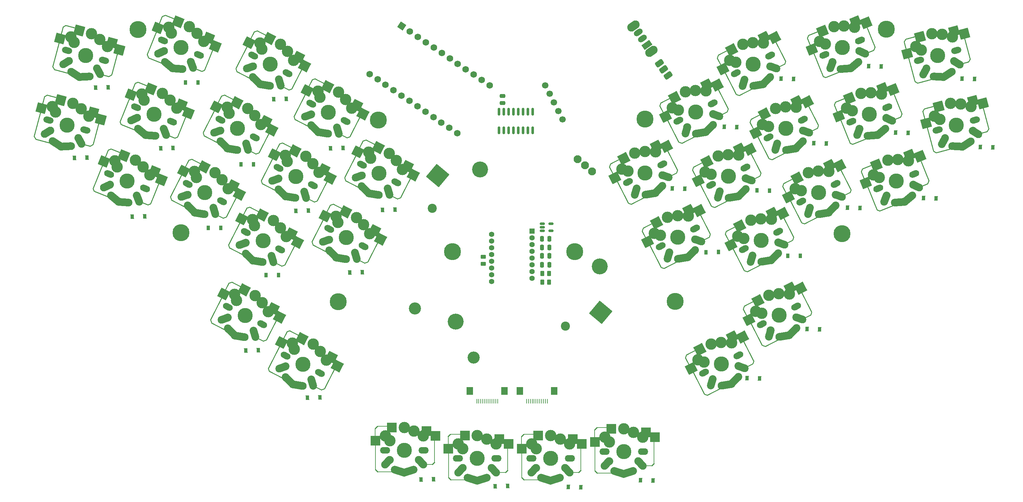
<source format=gbr>
%TF.GenerationSoftware,KiCad,Pcbnew,(6.0.4)*%
%TF.CreationDate,2022-11-04T17:16:24+01:00*%
%TF.ProjectId,Batreeq,42617472-6565-4712-9e6b-696361645f70,rev?*%
%TF.SameCoordinates,Original*%
%TF.FileFunction,Soldermask,Bot*%
%TF.FilePolarity,Negative*%
%FSLAX46Y46*%
G04 Gerber Fmt 4.6, Leading zero omitted, Abs format (unit mm)*
G04 Created by KiCad (PCBNEW (6.0.4)) date 2022-11-04 17:16:24*
%MOMM*%
%LPD*%
G01*
G04 APERTURE LIST*
G04 Aperture macros list*
%AMRoundRect*
0 Rectangle with rounded corners*
0 $1 Rounding radius*
0 $2 $3 $4 $5 $6 $7 $8 $9 X,Y pos of 4 corners*
0 Add a 4 corners polygon primitive as box body*
4,1,4,$2,$3,$4,$5,$6,$7,$8,$9,$2,$3,0*
0 Add four circle primitives for the rounded corners*
1,1,$1+$1,$2,$3*
1,1,$1+$1,$4,$5*
1,1,$1+$1,$6,$7*
1,1,$1+$1,$8,$9*
0 Add four rect primitives between the rounded corners*
20,1,$1+$1,$2,$3,$4,$5,0*
20,1,$1+$1,$4,$5,$6,$7,0*
20,1,$1+$1,$6,$7,$8,$9,0*
20,1,$1+$1,$8,$9,$2,$3,0*%
%AMHorizOval*
0 Thick line with rounded ends*
0 $1 width*
0 $2 $3 position (X,Y) of the first rounded end (center of the circle)*
0 $4 $5 position (X,Y) of the second rounded end (center of the circle)*
0 Add line between two ends*
20,1,$1,$2,$3,$4,$5,0*
0 Add two circle primitives to create the rounded ends*
1,1,$1,$2,$3*
1,1,$1,$4,$5*%
%AMRotRect*
0 Rectangle, with rotation*
0 The origin of the aperture is its center*
0 $1 length*
0 $2 width*
0 $3 Rotation angle, in degrees counterclockwise*
0 Add horizontal line*
21,1,$1,$2,0,0,$3*%
G04 Aperture macros list end*
%ADD10C,3.000000*%
%ADD11HorizOval,1.701800X0.482963X-0.129410X-0.482963X0.129410X0*%
%ADD12C,3.987800*%
%ADD13C,2.032000*%
%ADD14RoundRect,0.062500X-0.347636X-0.272877X0.410136X0.164623X0.347636X0.272877X-0.410136X-0.164623X0*%
%ADD15RotRect,7.000000X0.250000X75.000000*%
%ADD16RotRect,2.000000X0.250000X345.000000*%
%ADD17HorizOval,2.032000X0.753734X0.461889X-0.753734X-0.461889X0*%
%ADD18RotRect,2.550000X2.500000X345.000000*%
%ADD19RotRect,2.600000X2.600000X345.000000*%
%ADD20HorizOval,2.032000X-0.421808X0.776874X0.421808X-0.776874X0*%
%ADD21RotRect,3.000000X0.250000X165.000000*%
%ADD22RoundRect,0.062500X-0.272877X0.347636X0.164623X-0.410136X0.272877X-0.347636X-0.164623X0.410136X0*%
%ADD23HorizOval,2.032000X1.332292X0.067491X-1.332292X-0.067491X0*%
%ADD24RoundRect,0.062500X0.347636X0.272877X-0.410136X-0.164623X-0.347636X-0.272877X0.410136X0.164623X0*%
%ADD25RotRect,4.000000X0.250000X345.000000*%
%ADD26HorizOval,2.032000X-1.120053X0.724595X1.120053X-0.724595X0*%
%ADD27RotRect,7.000000X0.250000X255.000000*%
%ADD28RotRect,4.000000X0.250000X255.000000*%
%ADD29HorizOval,1.701800X0.445503X0.226995X-0.445503X-0.226995X0*%
%ADD30RotRect,2.550000X2.500000X27.000000*%
%ADD31RoundRect,0.062500X-0.075754X-0.435401X0.194636X0.396774X0.075754X0.435401X-0.194636X-0.396774X0*%
%ADD32RotRect,2.600000X2.600000X27.000000*%
%ADD33HorizOval,2.032000X-0.833295X0.295085X0.833295X-0.295085X0*%
%ADD34RotRect,7.000000X0.250000X117.000000*%
%ADD35HorizOval,2.032000X0.251070X0.847597X-0.251070X-0.847597X0*%
%ADD36RotRect,2.000000X0.250000X27.000000*%
%ADD37RotRect,7.000000X0.250000X297.000000*%
%ADD38HorizOval,2.032000X0.944925X0.941633X-0.944925X-0.941633X0*%
%ADD39RotRect,3.000000X0.250000X207.000000*%
%ADD40RoundRect,0.062500X-0.435401X0.075754X0.396774X-0.194636X0.435401X-0.075754X-0.396774X0.194636X0*%
%ADD41HorizOval,2.032000X-1.317210X-0.210983X1.317210X0.210983X0*%
%ADD42RoundRect,0.062500X0.075754X0.435401X-0.194636X-0.396774X-0.075754X-0.435401X0.194636X0.396774X0*%
%ADD43RotRect,4.000000X0.250000X27.000000*%
%ADD44RotRect,4.000000X0.250000X297.000000*%
%ADD45C,4.500000*%
%ADD46HorizOval,1.701800X0.482963X0.129410X-0.482963X-0.129410X0*%
%ADD47HorizOval,2.032000X0.421808X0.776874X-0.421808X-0.776874X0*%
%ADD48RotRect,2.600000X2.600000X15.000000*%
%ADD49RotRect,7.000000X0.250000X105.000000*%
%ADD50RotRect,2.000000X0.250000X15.000000*%
%ADD51RotRect,2.550000X2.500000X15.000000*%
%ADD52HorizOval,2.032000X-0.753734X0.461889X0.753734X-0.461889X0*%
%ADD53RoundRect,0.062500X-0.164623X-0.410136X0.272877X0.347636X0.164623X0.410136X-0.272877X-0.347636X0*%
%ADD54RotRect,4.000000X0.250000X15.000000*%
%ADD55RoundRect,0.062500X0.164623X0.410136X-0.272877X-0.347636X-0.164623X-0.410136X0.272877X0.347636X0*%
%ADD56HorizOval,2.032000X-1.332292X0.067491X1.332292X-0.067491X0*%
%ADD57RotRect,4.000000X0.250000X285.000000*%
%ADD58RotRect,3.000000X0.250000X195.000000*%
%ADD59RoundRect,0.062500X-0.410136X0.164623X0.347636X-0.272877X0.410136X-0.164623X-0.347636X0.272877X0*%
%ADD60RotRect,7.000000X0.250000X285.000000*%
%ADD61HorizOval,2.032000X1.120053X0.724595X-1.120053X-0.724595X0*%
%ADD62HorizOval,1.701800X0.445503X-0.226995X-0.445503X0.226995X0*%
%ADD63HorizOval,2.032000X0.833295X0.295085X-0.833295X-0.295085X0*%
%ADD64RotRect,7.000000X0.250000X63.000000*%
%ADD65RotRect,2.000000X0.250000X333.000000*%
%ADD66HorizOval,2.032000X-0.251070X0.847597X0.251070X-0.847597X0*%
%ADD67RoundRect,0.062500X-0.396774X-0.194636X0.435401X0.075754X0.396774X0.194636X-0.435401X-0.075754X0*%
%ADD68RotRect,2.550000X2.500000X333.000000*%
%ADD69RotRect,2.600000X2.600000X333.000000*%
%ADD70RotRect,7.000000X0.250000X243.000000*%
%ADD71RoundRect,0.062500X0.396774X0.194636X-0.435401X-0.075754X-0.396774X-0.194636X0.435401X0.075754X0*%
%ADD72RotRect,4.000000X0.250000X243.000000*%
%ADD73RotRect,3.000000X0.250000X153.000000*%
%ADD74HorizOval,2.032000X-0.944925X0.941633X0.944925X-0.941633X0*%
%ADD75HorizOval,2.032000X-1.317210X0.210983X1.317210X-0.210983X0*%
%ADD76RotRect,4.000000X0.250000X333.000000*%
%ADD77RoundRect,0.062500X-0.194636X0.396774X0.075754X-0.435401X0.194636X-0.396774X-0.075754X0.435401X0*%
%ADD78O,2.701800X1.701800*%
%ADD79HorizOval,2.032000X-0.608505X0.641231X0.608505X-0.641231X0*%
%ADD80R,0.250000X7.000000*%
%ADD81R,2.550000X2.500000*%
%ADD82R,2.600000X2.600000*%
%ADD83RoundRect,0.062500X-0.265165X-0.353553X0.353553X0.265165X0.265165X0.353553X-0.353553X-0.265165X0*%
%ADD84HorizOval,2.032000X0.608505X0.641231X-0.608505X-0.641231X0*%
%ADD85R,2.000000X0.250000*%
%ADD86R,4.000000X0.250000*%
%ADD87RoundRect,0.062500X0.265165X0.353553X-0.353553X-0.265165X-0.265165X-0.353553X0.353553X0.265165X0*%
%ADD88R,0.250000X4.000000*%
%ADD89HorizOval,2.032000X1.269427X0.410014X-1.269427X-0.410014X0*%
%ADD90RoundRect,0.062500X-0.353553X0.265165X0.265165X-0.353553X0.353553X-0.265165X-0.265165X0.353553X0*%
%ADD91R,3.000000X0.250000*%
%ADD92HorizOval,2.032000X-1.269427X0.410014X1.269427X-0.410014X0*%
%ADD93HorizOval,1.701800X0.463592X0.187303X-0.463592X-0.187303X0*%
%ADD94HorizOval,2.032000X-0.804406X0.366589X0.804406X-0.366589X0*%
%ADD95HorizOval,2.032000X0.323987X0.822489X-0.323987X-0.822489X0*%
%ADD96RotRect,7.000000X0.250000X112.000000*%
%ADD97RotRect,2.600000X2.600000X22.000000*%
%ADD98RoundRect,0.062500X-0.113413X-0.427142X0.228476X0.378300X0.113413X0.427142X-0.228476X-0.378300X0*%
%ADD99RotRect,2.000000X0.250000X22.000000*%
%ADD100RotRect,2.550000X2.500000X22.000000*%
%ADD101RotRect,4.000000X0.250000X22.000000*%
%ADD102RoundRect,0.062500X-0.427142X0.113413X0.378300X-0.228476X0.427142X-0.113413X-0.378300X0.228476X0*%
%ADD103RotRect,4.000000X0.250000X292.000000*%
%ADD104RoundRect,0.062500X0.113413X0.427142X-0.228476X-0.378300X-0.113413X-0.427142X0.228476X0.378300X0*%
%ADD105HorizOval,2.032000X-1.330586X-0.095378X1.330586X0.095378X0*%
%ADD106HorizOval,2.032000X1.023398X0.855694X-1.023398X-0.855694X0*%
%ADD107RotRect,7.000000X0.250000X292.000000*%
%ADD108RotRect,3.000000X0.250000X202.000000*%
%ADD109C,3.200000*%
%ADD110C,4.200000*%
%ADD111C,2.400000*%
%ADD112C,2.100000*%
%ADD113RotRect,4.400000X4.400000X140.000000*%
%ADD114HorizOval,1.701800X0.463592X-0.187303X-0.463592X0.187303X0*%
%ADD115RotRect,2.000000X0.250000X338.000000*%
%ADD116HorizOval,2.032000X0.804406X0.366589X-0.804406X-0.366589X0*%
%ADD117HorizOval,2.032000X-0.323987X0.822489X0.323987X-0.822489X0*%
%ADD118RotRect,7.000000X0.250000X68.000000*%
%ADD119RoundRect,0.062500X-0.378300X-0.228476X0.427142X0.113413X0.378300X0.228476X-0.427142X-0.113413X0*%
%ADD120RotRect,2.600000X2.600000X338.000000*%
%ADD121RotRect,2.550000X2.500000X338.000000*%
%ADD122RotRect,4.000000X0.250000X338.000000*%
%ADD123RotRect,4.000000X0.250000X248.000000*%
%ADD124RoundRect,0.062500X-0.228476X0.378300X0.113413X-0.427142X0.228476X-0.378300X-0.113413X0.427142X0*%
%ADD125HorizOval,2.032000X-1.023398X0.855694X1.023398X-0.855694X0*%
%ADD126RotRect,7.000000X0.250000X248.000000*%
%ADD127HorizOval,2.032000X-1.330586X0.095378X1.330586X-0.095378X0*%
%ADD128RoundRect,0.062500X0.378300X0.228476X-0.427142X-0.113413X-0.378300X-0.228476X0.427142X0.113413X0*%
%ADD129RotRect,3.000000X0.250000X158.000000*%
%ADD130RoundRect,0.375000X-0.827182X-0.137458X-0.386343X-0.744220X0.827182X0.137458X0.386343X0.744220X0*%
%ADD131C,1.700000*%
%ADD132HorizOval,1.700000X0.000000X0.000000X0.000000X0.000000X0*%
%ADD133HorizOval,2.200000X0.532449X0.372825X-0.532449X-0.372825X0*%
%ADD134RotRect,1.500000X2.500000X125.000000*%
%ADD135HorizOval,1.500000X0.409576X0.286788X-0.409576X-0.286788X0*%
%ADD136RotRect,0.900000X1.200000X358.000000*%
%ADD137RoundRect,0.250000X0.250000X0.475000X-0.250000X0.475000X-0.250000X-0.475000X0.250000X-0.475000X0*%
%ADD138R,0.900000X1.200000*%
%ADD139R,0.280000X1.250000*%
%ADD140R,1.800000X2.000000*%
%ADD141RotRect,0.900000X1.200000X2.000000*%
%ADD142RoundRect,0.150000X0.150000X-0.825000X0.150000X0.825000X-0.150000X0.825000X-0.150000X-0.825000X0*%
%ADD143RoundRect,0.250000X0.262500X0.450000X-0.262500X0.450000X-0.262500X-0.450000X0.262500X-0.450000X0*%
%ADD144RoundRect,0.250000X-0.262500X-0.450000X0.262500X-0.450000X0.262500X0.450000X-0.262500X0.450000X0*%
%ADD145RotRect,0.900000X1.200000X1.000000*%
%ADD146RoundRect,0.250000X0.450000X-0.262500X0.450000X0.262500X-0.450000X0.262500X-0.450000X-0.262500X0*%
%ADD147RotRect,0.900000X1.200000X359.000000*%
%ADD148C,1.752600*%
%ADD149RotRect,1.752600X1.752600X326.000000*%
%ADD150RoundRect,0.250000X-0.250000X-0.475000X0.250000X-0.475000X0.250000X0.475000X-0.250000X0.475000X0*%
%ADD151R,1.400000X1.400000*%
%ADD152C,1.400000*%
%ADD153RoundRect,0.150000X-0.512500X-0.150000X0.512500X-0.150000X0.512500X0.150000X-0.512500X0.150000X0*%
%ADD154RoundRect,0.250000X0.475000X-0.250000X0.475000X0.250000X-0.475000X0.250000X-0.475000X-0.250000X0*%
G04 APERTURE END LIST*
D10*
%TO.C,SW7*%
X33987410Y-58946068D03*
D11*
X27538373Y-63377271D03*
D10*
X28588379Y-59777011D03*
D11*
X37351154Y-66010699D03*
D10*
X36212503Y-60446395D03*
X38244452Y-62367771D03*
X29421474Y-61256346D03*
D12*
X32447437Y-64693327D03*
D13*
X28109859Y-66160678D03*
D14*
X39010355Y-70066348D03*
D13*
X35470214Y-68132879D03*
D15*
X40264501Y-66510160D03*
D16*
X37727334Y-70022093D03*
D17*
X27359039Y-66625626D03*
D18*
X39405176Y-61298445D03*
D19*
X41407859Y-63215404D03*
D20*
X35887969Y-68910945D03*
D21*
X28682725Y-57168507D03*
D22*
X24030284Y-68060886D03*
D19*
X30824002Y-58098436D03*
D23*
X32237817Y-70325931D03*
D24*
X26897422Y-56989666D03*
D25*
X26129466Y-68922890D03*
D26*
X29812672Y-69676116D03*
D27*
X24722257Y-64354063D03*
D18*
X25741297Y-60270245D03*
D28*
X26031505Y-59096966D03*
D13*
X30920405Y-70392289D03*
%TD*%
D29*
%TO.C,SW26*%
X224879675Y-112567049D03*
D10*
X215805491Y-114339868D03*
X223105930Y-109262094D03*
X214196513Y-113797957D03*
D12*
X220354009Y-114869279D03*
D29*
X215825251Y-117176063D03*
D10*
X217652766Y-109567790D03*
X220310247Y-109193872D03*
D13*
X218112410Y-118862139D03*
D30*
X223252998Y-107690753D03*
D31*
X228826461Y-114470762D03*
D32*
X226023977Y-107775275D03*
D33*
X225732961Y-115701415D03*
D34*
X227378918Y-110988811D03*
D13*
X224901880Y-115402731D03*
D35*
X217865554Y-119710059D03*
D36*
X227843378Y-115296382D03*
D37*
X214386070Y-119786311D03*
D38*
X223967179Y-119195383D03*
D39*
X212521195Y-111796332D03*
D13*
X223032553Y-120126217D03*
D40*
X216352183Y-123004037D03*
D41*
X221730133Y-120335215D03*
D30*
X212410756Y-116069572D03*
D42*
X211074789Y-112858027D03*
D43*
X218488972Y-122240004D03*
D44*
X211841347Y-115003468D03*
D32*
X214734719Y-111054609D03*
%TD*%
D45*
%TO.C,H10*%
X166447346Y-98056076D03*
%TD*%
D10*
%TO.C,SW34*%
X266063636Y-41426131D03*
D46*
X257296650Y-47653423D03*
D10*
X260666078Y-40591370D03*
X257867000Y-44875097D03*
D12*
X262206052Y-46338628D03*
D10*
X263343229Y-40778144D03*
X256405851Y-44010503D03*
D46*
X267111481Y-45027647D03*
D47*
X258765520Y-50556247D03*
D48*
X269227043Y-40578499D03*
D49*
X269884244Y-44003519D03*
D13*
X259183275Y-49778181D03*
D50*
X269442961Y-48313527D03*
D51*
X266534190Y-39919704D03*
D13*
X266543629Y-47805979D03*
D52*
X267294449Y-48270927D03*
D53*
X270576216Y-47710342D03*
D54*
X258849310Y-53160522D03*
D55*
X253547767Y-42442070D03*
D56*
X262415672Y-51971232D03*
D57*
X253851511Y-44700004D03*
D58*
X255183304Y-41704299D03*
D59*
X256600363Y-53463596D03*
D48*
X257502670Y-41439002D03*
D60*
X255346218Y-49907408D03*
D61*
X264840817Y-51321417D03*
D13*
X263733084Y-52037591D03*
D51*
X254186823Y-45861198D03*
%TD*%
D45*
%TO.C,H8*%
X248621075Y-39434330D03*
%TD*%
%TO.C,H9*%
X134189343Y-98056079D03*
%TD*%
D10*
%TO.C,SW21*%
X202380098Y-122425889D03*
D12*
X205081341Y-127727378D03*
D10*
X200532823Y-127197967D03*
X205037579Y-122051971D03*
X198923845Y-126656056D03*
D29*
X209607007Y-125425148D03*
X200552583Y-130034162D03*
D10*
X207833262Y-122120193D03*
D36*
X212570710Y-128154481D03*
D33*
X210460293Y-128559514D03*
D35*
X202592886Y-132568158D03*
D30*
X207980330Y-120548852D03*
D34*
X212106250Y-123846910D03*
D13*
X202839742Y-131720238D03*
D32*
X210751309Y-120633374D03*
D31*
X213553793Y-127328861D03*
D13*
X209629212Y-128260830D03*
D44*
X196568679Y-127861567D03*
D43*
X203216304Y-135098103D03*
D38*
X208694511Y-132053482D03*
D42*
X195802121Y-125716126D03*
D32*
X199462051Y-123912708D03*
D40*
X201079515Y-135862136D03*
D39*
X197248527Y-124654431D03*
D13*
X207759885Y-132984316D03*
D30*
X197138088Y-128927671D03*
D41*
X206457465Y-133193314D03*
D37*
X199113402Y-132644410D03*
%TD*%
D10*
%TO.C,SW25*%
X209724598Y-72574371D03*
D29*
X202443919Y-80488340D03*
D10*
X202424159Y-77652145D03*
X206928915Y-72506149D03*
D29*
X211498343Y-75879326D03*
D12*
X206972677Y-78181556D03*
D10*
X200815181Y-77110234D03*
X204271434Y-72880067D03*
D34*
X213997586Y-74301088D03*
D13*
X204731078Y-82174416D03*
X211520548Y-78715008D03*
D33*
X212351629Y-79013692D03*
D35*
X204484222Y-83022336D03*
D36*
X214462046Y-78608659D03*
D31*
X215445129Y-77783039D03*
D32*
X212642645Y-71087552D03*
D30*
X209871666Y-71003030D03*
D39*
X199139863Y-75108609D03*
D32*
X201353387Y-74366886D03*
D41*
X208348801Y-83647492D03*
D13*
X209651221Y-83438494D03*
D44*
X198460015Y-78315745D03*
D40*
X202970851Y-86316314D03*
D38*
X210585847Y-82507660D03*
D42*
X197693457Y-76170304D03*
D43*
X205107640Y-85552281D03*
D37*
X201004738Y-83098588D03*
D30*
X199029424Y-79381849D03*
%TD*%
D10*
%TO.C,SW4*%
X92249109Y-47594369D03*
X90661040Y-45292514D03*
D62*
X90617925Y-50971963D03*
D10*
X83850013Y-44672831D03*
D12*
X86095263Y-48663839D03*
D62*
X81567097Y-46355890D03*
D10*
X88796506Y-43362350D03*
X83342694Y-43052613D03*
D63*
X80716311Y-49495975D03*
D13*
X81547392Y-49197291D03*
D64*
X93363765Y-52066228D03*
D65*
X90151869Y-54973911D03*
D13*
X88336862Y-52656699D03*
D66*
X88583719Y-53504619D03*
D67*
X91397651Y-55283954D03*
D68*
X93606795Y-46789738D03*
D69*
X95167155Y-49081188D03*
X85878459Y-41875530D03*
D70*
X78609433Y-46725834D03*
D71*
X82268211Y-39974608D03*
D72*
X80983084Y-41855824D03*
D73*
X83977316Y-40520726D03*
D74*
X82482094Y-52989943D03*
D13*
X83416719Y-53920777D03*
D75*
X84719139Y-54129775D03*
D76*
X79035980Y-51487395D03*
D68*
X80455278Y-42943127D03*
D77*
X77161890Y-50207784D03*
%TD*%
D10*
%TO.C,SW8*%
X99198131Y-57337453D03*
X106009158Y-57957136D03*
X98690812Y-55717235D03*
D62*
X96915215Y-59020512D03*
D10*
X107597227Y-60258991D03*
D12*
X101443381Y-61328461D03*
D10*
X104144624Y-56026972D03*
D62*
X105966043Y-63636585D03*
D67*
X106745769Y-67948576D03*
D66*
X103931837Y-66169241D03*
D68*
X108954913Y-59454360D03*
D65*
X105499987Y-67638533D03*
D64*
X108711883Y-64730850D03*
D63*
X96064429Y-62160597D03*
D69*
X110515273Y-61745810D03*
D13*
X103684980Y-65321321D03*
X96895510Y-61861913D03*
D70*
X93957551Y-59390456D03*
D74*
X97830212Y-65654565D03*
D68*
X95803396Y-55607749D03*
D73*
X99325434Y-53185348D03*
D69*
X101226577Y-54540152D03*
D13*
X98764837Y-66585399D03*
D72*
X96331202Y-54520446D03*
D75*
X100067257Y-66794397D03*
D76*
X94384098Y-64152017D03*
D71*
X97616329Y-52639230D03*
D77*
X92510008Y-62872406D03*
%TD*%
D78*
%TO.C,SW22*%
X165120932Y-152589385D03*
D10*
X162580932Y-147509385D03*
X165040932Y-148839385D03*
X155043344Y-148836078D03*
D78*
X154960932Y-152585424D03*
D10*
X156230932Y-150049385D03*
D12*
X160043344Y-152586077D03*
D10*
X160043344Y-146636077D03*
D79*
X164458243Y-155769509D03*
D80*
X168064279Y-152317797D03*
D81*
X165885344Y-147506077D03*
D82*
X168315932Y-148839385D03*
D83*
X167773276Y-156077409D03*
D13*
X156233344Y-155126077D03*
D84*
X155628445Y-155769509D03*
D13*
X163853344Y-155126077D03*
D85*
X166522520Y-156366732D03*
D86*
X155035344Y-158306732D03*
D80*
X152493585Y-154257797D03*
D13*
X160043344Y-158486077D03*
D87*
X152688588Y-146581361D03*
D88*
X152397585Y-148840973D03*
D82*
X156768343Y-146636077D03*
D89*
X161298692Y-158081008D03*
D90*
X152784588Y-158017409D03*
D91*
X154459344Y-146292038D03*
D92*
X158787996Y-158081008D03*
D81*
X152420932Y-150049385D03*
%TD*%
D45*
%TO.C,H3*%
X192972150Y-111198053D03*
%TD*%
D78*
%TO.C,SW27*%
X174264934Y-150807425D03*
D10*
X181884934Y-145731386D03*
X179347346Y-144858078D03*
X184344934Y-147061386D03*
D12*
X179347346Y-150808078D03*
D78*
X184424934Y-150811386D03*
D10*
X175534934Y-148271386D03*
X174347346Y-147058079D03*
D80*
X187368281Y-150539798D03*
D83*
X187077278Y-154299410D03*
D82*
X187619934Y-147061386D03*
D13*
X175537346Y-153348078D03*
D81*
X185189346Y-145728078D03*
D85*
X185826522Y-154588733D03*
D13*
X183157346Y-153348078D03*
D79*
X183762245Y-153991510D03*
D84*
X174932447Y-153991510D03*
D90*
X172088590Y-156239410D03*
D88*
X171701587Y-147062974D03*
D89*
X180602694Y-156303009D03*
D92*
X178091998Y-156303009D03*
D80*
X171797587Y-152479798D03*
D13*
X179347346Y-156708078D03*
D91*
X173763346Y-144514039D03*
D81*
X171724934Y-148271386D03*
D86*
X174339346Y-156528733D03*
D87*
X171992590Y-144803362D03*
D82*
X176072345Y-144858078D03*
%TD*%
D10*
%TO.C,SW33*%
X244598919Y-56204776D03*
X247378019Y-56516399D03*
X241918962Y-56345656D03*
D12*
X244147871Y-61862400D03*
D93*
X239435296Y-63765700D03*
D10*
X238107178Y-60258495D03*
D93*
X248856968Y-59963370D03*
D10*
X239662803Y-60938575D03*
D13*
X241566801Y-65644698D03*
D94*
X249433828Y-63160177D03*
D95*
X241246983Y-66467877D03*
D13*
X248631942Y-62790196D03*
D96*
X251484253Y-58608961D03*
D97*
X250414546Y-55289562D03*
D98*
X252622816Y-62203823D03*
D99*
X251571516Y-62940620D03*
D100*
X247661478Y-54963855D03*
D97*
X238882434Y-57572493D03*
D101*
X241647530Y-69042529D03*
D102*
X239452282Y-69617421D03*
D103*
X235655906Y-61254152D03*
D13*
X246358050Y-67332785D03*
D104*
X235079254Y-59050065D03*
D105*
X245042371Y-67427473D03*
D106*
X247370247Y-66486951D03*
D100*
X236130232Y-62365826D03*
D107*
X237774094Y-66240582D03*
D108*
X236612689Y-58118472D03*
%TD*%
D45*
%TO.C,H6*%
X114577344Y-63386078D03*
%TD*%
D10*
%TO.C,SW16*%
X99274677Y-124432085D03*
D62*
X99231562Y-130111534D03*
D10*
X91956331Y-122192184D03*
D62*
X90180734Y-125495461D03*
D10*
X97410143Y-122501921D03*
X92463650Y-123812402D03*
D12*
X94708900Y-127803410D03*
D10*
X100862746Y-126733940D03*
D65*
X98765506Y-134113482D03*
D63*
X89329948Y-128635546D03*
D66*
X97197356Y-132644190D03*
D69*
X103780792Y-128220759D03*
D64*
X101977402Y-131205799D03*
D67*
X100011288Y-134423525D03*
D68*
X102220432Y-125929309D03*
D13*
X96950499Y-131796270D03*
X90161029Y-128336862D03*
D68*
X89068915Y-122082698D03*
D75*
X93332776Y-133269346D03*
D76*
X87649617Y-130626966D03*
D71*
X90881848Y-119114179D03*
D69*
X94492096Y-121015101D03*
D73*
X92590953Y-119660297D03*
D74*
X91095731Y-132129514D03*
D77*
X85775527Y-129347355D03*
D70*
X87223070Y-125865405D03*
D72*
X89596721Y-120995395D03*
D13*
X92030356Y-133060348D03*
%TD*%
D10*
%TO.C,SW28*%
X207326520Y-47595579D03*
X213440254Y-42991494D03*
D12*
X213484016Y-48666901D03*
D29*
X208955258Y-50973685D03*
X218009682Y-46364671D03*
D10*
X216235937Y-43059716D03*
X210782773Y-43365412D03*
X208935498Y-48137490D03*
D13*
X211242417Y-52659761D03*
D34*
X220508925Y-44786433D03*
D13*
X218031887Y-49200353D03*
D36*
X220973385Y-49094004D03*
D35*
X210995561Y-53507681D03*
D30*
X216383005Y-41488375D03*
D32*
X219153984Y-41572897D03*
D33*
X218862968Y-49499037D03*
D31*
X221956468Y-48268384D03*
D32*
X207864726Y-44852231D03*
D40*
X209482190Y-56801659D03*
D41*
X214860140Y-54132837D03*
D39*
X205651202Y-45593954D03*
D44*
X204971354Y-48801090D03*
D13*
X216162560Y-53923839D03*
D37*
X207516077Y-53583933D03*
D43*
X211618979Y-56037626D03*
D38*
X217097186Y-52993005D03*
D30*
X205540763Y-49867194D03*
D42*
X204204796Y-46655649D03*
%TD*%
D10*
%TO.C,SW5*%
X75224197Y-61601955D03*
D62*
X72941281Y-63285014D03*
D10*
X74716878Y-59981737D03*
X82035224Y-62221638D03*
X83623293Y-64523493D03*
X80170690Y-60291474D03*
D62*
X81992109Y-67901087D03*
D12*
X77469447Y-65592963D03*
D64*
X84737949Y-68995352D03*
D13*
X79711046Y-69585823D03*
D67*
X82771835Y-72213078D03*
D66*
X79957903Y-70433743D03*
D68*
X84980979Y-63718862D03*
D65*
X81526053Y-71903035D03*
D69*
X86541339Y-66010312D03*
D63*
X72090495Y-66425099D03*
D13*
X72921576Y-66126415D03*
D72*
X72357268Y-58784948D03*
D77*
X68536074Y-67136908D03*
D73*
X75351500Y-57449850D03*
D70*
X69983617Y-63654958D03*
D75*
X76093323Y-71058899D03*
D68*
X71829462Y-59872251D03*
D76*
X70410164Y-68416519D03*
D74*
X73856278Y-69919067D03*
D71*
X73642395Y-56903732D03*
D69*
X77252643Y-58804654D03*
D13*
X74790903Y-70849901D03*
%TD*%
D109*
%TO.C,SW36*%
X124286053Y-113059816D03*
D110*
X135054009Y-116549375D03*
D111*
X128867742Y-86671342D03*
D109*
X139749391Y-126035494D03*
D111*
X163952042Y-117720395D03*
D110*
X173044231Y-101976735D03*
X141423676Y-76368083D03*
D112*
X171042086Y-76927713D03*
X167211864Y-73713775D03*
X169126975Y-75320744D03*
D113*
X173263659Y-114099277D03*
X130236554Y-77998238D03*
%TD*%
D12*
%TO.C,SW15*%
X84191742Y-95186711D03*
D62*
X79663576Y-92878762D03*
X88714404Y-97494835D03*
D10*
X90345588Y-94117241D03*
X81946492Y-91195703D03*
X88757519Y-91815386D03*
X81439173Y-89575485D03*
X86892985Y-89885222D03*
D13*
X79643871Y-95720163D03*
D65*
X88248348Y-101496783D03*
D69*
X93263634Y-95604060D03*
D63*
X78812790Y-96018847D03*
D66*
X86680198Y-100027491D03*
D67*
X89494130Y-101806826D03*
D64*
X91460244Y-98589100D03*
D13*
X86433341Y-99179571D03*
D68*
X91703274Y-93312610D03*
D71*
X80364690Y-86497480D03*
D76*
X77132459Y-98010267D03*
D73*
X82073795Y-87043598D03*
D77*
X75258369Y-96730656D03*
D72*
X79079563Y-88378696D03*
D69*
X83974938Y-88398402D03*
D13*
X81513198Y-100443649D03*
D68*
X78551757Y-89465999D03*
D75*
X82815618Y-100652647D03*
D70*
X76705912Y-93248706D03*
D74*
X80578573Y-99512815D03*
%TD*%
D46*
%TO.C,SW31*%
X262222874Y-66013471D03*
D10*
X265592302Y-58951418D03*
X268269453Y-59138192D03*
X270989860Y-59786179D03*
X261332075Y-62370551D03*
D12*
X267132276Y-64698676D03*
D46*
X272037705Y-63387695D03*
D10*
X262793224Y-63235145D03*
D13*
X264109499Y-68138229D03*
D52*
X272220673Y-66630975D03*
D13*
X271469853Y-66166027D03*
D47*
X263691744Y-68916295D03*
D50*
X274369185Y-66673575D03*
D53*
X275502440Y-66070390D03*
D51*
X271460414Y-58279752D03*
D48*
X274153267Y-58938547D03*
D49*
X274810468Y-62363567D03*
D60*
X260272442Y-68267456D03*
D48*
X262428894Y-59799050D03*
D55*
X258473991Y-60802118D03*
D13*
X268659308Y-70397639D03*
D51*
X259113047Y-64221246D03*
D57*
X258777735Y-63060052D03*
D61*
X269767041Y-69681465D03*
D54*
X263775534Y-71520570D03*
D56*
X267341896Y-70331280D03*
D59*
X261526587Y-71823644D03*
D58*
X260109528Y-60064347D03*
%TD*%
D45*
%TO.C,H2*%
X104010023Y-111310117D03*
%TD*%
D29*
%TO.C,SW23*%
X226206895Y-84831932D03*
D10*
X228034410Y-77223659D03*
X224578157Y-81453826D03*
X233487574Y-76917963D03*
D29*
X235261319Y-80222918D03*
D10*
X226187135Y-81995737D03*
X230691891Y-76849741D03*
D12*
X230735653Y-82525148D03*
D31*
X239208105Y-82126631D03*
D35*
X228247198Y-87365928D03*
D36*
X238225022Y-82952251D03*
D34*
X237760562Y-78644680D03*
D32*
X236405621Y-75431144D03*
D13*
X228494054Y-86518008D03*
D30*
X233634642Y-75346622D03*
D33*
X236114605Y-83357284D03*
D13*
X235283524Y-83058600D03*
D42*
X221456433Y-80513896D03*
D40*
X226733827Y-90659906D03*
D37*
X224767714Y-87442180D03*
D44*
X222222991Y-82659337D03*
D13*
X233414197Y-87782086D03*
D38*
X234348823Y-86851252D03*
D39*
X222902839Y-79452201D03*
D32*
X225116363Y-78710478D03*
D41*
X232111777Y-87991084D03*
D30*
X222792400Y-83725441D03*
D43*
X228870616Y-89895873D03*
%TD*%
D10*
%TO.C,SW6*%
X54351450Y-77873324D03*
X45083087Y-74125095D03*
X52568804Y-75718637D03*
D114*
X53020850Y-81380231D03*
D10*
X45729686Y-75694932D03*
X50543141Y-73958322D03*
D114*
X43602146Y-77570556D03*
D12*
X48314232Y-79475066D03*
D115*
X52905360Y-85407570D03*
D13*
X43830160Y-80402862D03*
D116*
X43028274Y-80772843D03*
D117*
X51215120Y-84080543D03*
D118*
X55851612Y-82231017D03*
D13*
X50895301Y-83257365D03*
D119*
X54173424Y-85607856D03*
D120*
X57387977Y-79100160D03*
D121*
X55633841Y-76953424D03*
D122*
X41527900Y-82903135D03*
D123*
X42628148Y-73138515D03*
D121*
X42197116Y-74267681D03*
D124*
X39549417Y-81791732D03*
D13*
X46104053Y-84945451D03*
D125*
X45091856Y-84099617D03*
D126*
X40687980Y-78196869D03*
D127*
X47419732Y-85040139D03*
D128*
X43744427Y-71152451D03*
D120*
X47506613Y-72731486D03*
D129*
X45494626Y-71547532D03*
%TD*%
D10*
%TO.C,SW12*%
X123975346Y-145389387D03*
D78*
X116355346Y-150465426D03*
D10*
X116437758Y-146716080D03*
D12*
X121437758Y-150466079D03*
D10*
X126435346Y-146719387D03*
X117625346Y-147929387D03*
X121437758Y-144516079D03*
D78*
X126515346Y-150469387D03*
D13*
X125247758Y-153006079D03*
X117627758Y-153006079D03*
D79*
X125852657Y-153649511D03*
D80*
X129458693Y-150197799D03*
D84*
X117022859Y-153649511D03*
D81*
X127279758Y-145386079D03*
D83*
X129167690Y-153957411D03*
D82*
X129710346Y-146719387D03*
D85*
X127916934Y-154246734D03*
D92*
X120182410Y-155961010D03*
D13*
X121437758Y-156366079D03*
D89*
X122693106Y-155961010D03*
D81*
X113815346Y-147929387D03*
D82*
X118162757Y-144516079D03*
D91*
X115853758Y-144172040D03*
D90*
X114179002Y-155897411D03*
D86*
X116429758Y-156186734D03*
D88*
X113791999Y-146720975D03*
D80*
X113887999Y-152137799D03*
D87*
X114083002Y-144461363D03*
%TD*%
D10*
%TO.C,SW1*%
X59964735Y-40461946D03*
X66803853Y-40485651D03*
X64778190Y-38725336D03*
D12*
X62549281Y-44242080D03*
D10*
X68586499Y-42640338D03*
X59318136Y-38892109D03*
D114*
X67255899Y-46147245D03*
X57837195Y-42337570D03*
D120*
X71623026Y-43867174D03*
D118*
X70086661Y-46998031D03*
D13*
X65130350Y-48024379D03*
D116*
X57263323Y-45539857D03*
D117*
X65450169Y-48847557D03*
D119*
X68408473Y-50374870D03*
D121*
X69868890Y-41720438D03*
D115*
X67140409Y-50174584D03*
D13*
X58065209Y-45169876D03*
D121*
X56432165Y-39034695D03*
D125*
X59326905Y-48866631D03*
D127*
X61654781Y-49807153D03*
D129*
X59729675Y-36314546D03*
D126*
X54923029Y-42963883D03*
D128*
X57979476Y-35919465D03*
D122*
X55762949Y-47670149D03*
D120*
X61741662Y-37498500D03*
D13*
X60339102Y-49712465D03*
D124*
X53784466Y-46558746D03*
D123*
X56863197Y-37905529D03*
%TD*%
D10*
%TO.C,SW11*%
X85590076Y-113875837D03*
D62*
X74908064Y-112637358D03*
D10*
X77190980Y-110954299D03*
X84002007Y-111573982D03*
D12*
X79436230Y-114945307D03*
D10*
X76683661Y-109334081D03*
X82137473Y-109643818D03*
D62*
X83958892Y-117253431D03*
D63*
X74057278Y-115777443D03*
D13*
X81677829Y-118938167D03*
D68*
X86947762Y-113071206D03*
D66*
X81924686Y-119786087D03*
D65*
X83492836Y-121255379D03*
D69*
X88508122Y-115362656D03*
D13*
X74888359Y-115478759D03*
D64*
X86704732Y-118347696D03*
D67*
X84738618Y-121565422D03*
D74*
X75823061Y-119271411D03*
D13*
X76757686Y-120202245D03*
D71*
X75609178Y-106256076D03*
D69*
X79219426Y-108156998D03*
D72*
X74324051Y-108137292D03*
D73*
X77318283Y-106802194D03*
D76*
X72376947Y-117768863D03*
D70*
X71950400Y-113007302D03*
D75*
X78060106Y-120411243D03*
D77*
X70502857Y-116489252D03*
D68*
X73796245Y-109224595D03*
%TD*%
D10*
%TO.C,SW19*%
X196372998Y-88692063D03*
X189072559Y-93769837D03*
X187463581Y-93227926D03*
D29*
X189092319Y-96606032D03*
D10*
X193577315Y-88623841D03*
D12*
X193621077Y-94299248D03*
D29*
X198146743Y-91997018D03*
D10*
X190919834Y-88997759D03*
D30*
X196520066Y-87120722D03*
D36*
X201110446Y-94726351D03*
D33*
X199000029Y-95131384D03*
D35*
X191132622Y-99140028D03*
D13*
X191379478Y-98292108D03*
X198168948Y-94832700D03*
D32*
X199291045Y-87205244D03*
D34*
X200645986Y-90418780D03*
D31*
X202093529Y-93900731D03*
D40*
X189619251Y-102434006D03*
D32*
X188001787Y-90484578D03*
D41*
X194997201Y-99765184D03*
D13*
X196299621Y-99556186D03*
D37*
X187653138Y-99216280D03*
D43*
X191756040Y-101669973D03*
D30*
X185677824Y-95499541D03*
D44*
X185108415Y-94433437D03*
D38*
X197234247Y-98625352D03*
D42*
X184341857Y-92287996D03*
D39*
X185788263Y-91226301D03*
%TD*%
D10*
%TO.C,SW3*%
X38897461Y-40575677D03*
X43154503Y-43997380D03*
X33498430Y-41406620D03*
X34331525Y-42885955D03*
D11*
X42261205Y-47640308D03*
X32448424Y-45006880D03*
D10*
X41122554Y-42076004D03*
D12*
X37357488Y-46322936D03*
D13*
X33019910Y-47790287D03*
D19*
X46317910Y-44845013D03*
D18*
X44315227Y-42928054D03*
D20*
X40798020Y-50540554D03*
D16*
X42637385Y-51651702D03*
D14*
X43920406Y-51695957D03*
D15*
X45174552Y-48139769D03*
D13*
X40380265Y-49762488D03*
D17*
X32269090Y-48255235D03*
D25*
X31039517Y-50552499D03*
D28*
X30941556Y-40726575D03*
D18*
X30651348Y-41899854D03*
D24*
X31807473Y-38619275D03*
D26*
X34722723Y-51305725D03*
D13*
X35830456Y-52021898D03*
D19*
X35734053Y-39728045D03*
D21*
X33592776Y-38798116D03*
D23*
X37147868Y-51955540D03*
D22*
X28940335Y-49690495D03*
D27*
X29632308Y-45983672D03*
%TD*%
D10*
%TO.C,SW10*%
X66598375Y-78531080D03*
X66091056Y-76910862D03*
X74997471Y-81452618D03*
D62*
X73366287Y-84830212D03*
D10*
X71544868Y-77220599D03*
X73409402Y-79150763D03*
D12*
X68843625Y-82522088D03*
D62*
X64315459Y-80214139D03*
D68*
X76355157Y-80647987D03*
D64*
X76112127Y-85924477D03*
D63*
X63464673Y-83354224D03*
D69*
X77915517Y-82939437D03*
D66*
X71332081Y-87362868D03*
D13*
X64295754Y-83055540D03*
D67*
X74146013Y-89142203D03*
D13*
X71085224Y-86514948D03*
D65*
X72900231Y-88832160D03*
D77*
X59910252Y-84066033D03*
D68*
X63203640Y-76801376D03*
D76*
X61784342Y-85345644D03*
D74*
X65230456Y-86848192D03*
D71*
X65016573Y-73832857D03*
D72*
X63731446Y-75714073D03*
D13*
X66165081Y-87779026D03*
D75*
X67467501Y-87988024D03*
D70*
X61357795Y-80584083D03*
D69*
X68626821Y-75733779D03*
D73*
X66725678Y-74378975D03*
%TD*%
D12*
%TO.C,SW32*%
X237030347Y-44245909D03*
D10*
X240260495Y-38899908D03*
D93*
X241739444Y-42346879D03*
X232317772Y-46149209D03*
D10*
X232545279Y-43322084D03*
X234801438Y-38729165D03*
X237481395Y-38588285D03*
X230989654Y-42642004D03*
D94*
X242316304Y-45543686D03*
D98*
X245505292Y-44587332D03*
D100*
X240543954Y-37347364D03*
D13*
X241514418Y-45173705D03*
D95*
X234129459Y-48851386D03*
D99*
X244453992Y-45324129D03*
D13*
X234449277Y-48028207D03*
D97*
X243297022Y-37673071D03*
D96*
X244366729Y-40992470D03*
D13*
X239240526Y-49716294D03*
D104*
X227961730Y-41433574D03*
D105*
X237924847Y-49810982D03*
D100*
X229012708Y-44749335D03*
D101*
X234530006Y-51426038D03*
D107*
X230656570Y-48624091D03*
D106*
X240252723Y-48870460D03*
D108*
X229495165Y-40501981D03*
D103*
X228538382Y-43637661D03*
D102*
X232334758Y-52000930D03*
D97*
X231764910Y-39956002D03*
%TD*%
D130*
%TO.C,PAD1*%
X191098000Y-51590000D03*
X189922429Y-49971966D03*
X188746858Y-48353932D03*
%TD*%
D10*
%TO.C,SW9*%
X98971405Y-77188116D03*
D62*
X88289393Y-75949637D03*
D12*
X92817559Y-78257586D03*
D10*
X90572309Y-74266578D03*
D62*
X97340221Y-80565710D03*
D10*
X90064990Y-72646360D03*
X95518802Y-72956097D03*
X97383336Y-74886261D03*
D13*
X95059158Y-82250446D03*
D63*
X87438607Y-79089722D03*
D69*
X101889451Y-78674935D03*
D66*
X95306015Y-83098366D03*
D13*
X88269688Y-78791038D03*
D67*
X98119947Y-84877701D03*
D68*
X100329091Y-76383485D03*
D64*
X100086061Y-81659975D03*
D65*
X96874165Y-84567658D03*
D13*
X90139015Y-83514524D03*
D74*
X89204390Y-82583690D03*
D70*
X85331729Y-76319581D03*
D77*
X83884186Y-79801531D03*
D71*
X88990507Y-69568355D03*
D69*
X92600755Y-71469277D03*
D75*
X91441435Y-83723522D03*
D76*
X85758276Y-81081142D03*
D68*
X87177574Y-72536874D03*
D72*
X87705380Y-71449571D03*
D73*
X90699612Y-70114473D03*
%TD*%
D62*
%TO.C,SW13*%
X110266815Y-75138206D03*
D12*
X114794981Y-77446155D03*
D10*
X119360758Y-74074830D03*
X112042412Y-71834929D03*
X112549731Y-73455147D03*
X120948827Y-76376685D03*
D62*
X119317643Y-79754279D03*
D10*
X117496224Y-72144666D03*
D69*
X123866873Y-77863504D03*
D63*
X109416029Y-78278291D03*
D66*
X117283437Y-82286935D03*
D65*
X118851587Y-83756227D03*
D68*
X122306513Y-75572054D03*
D64*
X122063483Y-80848544D03*
D13*
X117036580Y-81439015D03*
D67*
X120097369Y-84066270D03*
D13*
X110247110Y-77979607D03*
D69*
X114578177Y-70657846D03*
D71*
X110967929Y-68756924D03*
D76*
X107735698Y-80269711D03*
D68*
X109154996Y-71725443D03*
D77*
X105861608Y-78990100D03*
D13*
X112116437Y-82703093D03*
D73*
X112677034Y-69303042D03*
D70*
X107309151Y-75508150D03*
D74*
X111181812Y-81772259D03*
D75*
X113418857Y-82912091D03*
D72*
X109682802Y-70638140D03*
%TD*%
D29*
%TO.C,SW18*%
X189520925Y-75067893D03*
X180466501Y-79676907D03*
D10*
X184951497Y-71694716D03*
D12*
X184995259Y-77370123D03*
D10*
X180446741Y-76840712D03*
X187747180Y-71762938D03*
X182294016Y-72068634D03*
X178837763Y-76298801D03*
D36*
X192484628Y-77797226D03*
D34*
X192020168Y-73489655D03*
D30*
X187894248Y-70191597D03*
D32*
X190665227Y-70276119D03*
D33*
X190374211Y-78202259D03*
D35*
X182506804Y-82210903D03*
D31*
X193467711Y-76971606D03*
D13*
X182753660Y-81362983D03*
X189543130Y-77903575D03*
D37*
X179027320Y-82287155D03*
D32*
X179375969Y-73555453D03*
D40*
X180993433Y-85504881D03*
D44*
X176482597Y-77504312D03*
D30*
X177052006Y-78570416D03*
D13*
X187673803Y-82627061D03*
D43*
X183130222Y-84740848D03*
D38*
X188608429Y-81696227D03*
D39*
X177162445Y-74297176D03*
D42*
X175716039Y-75358871D03*
D41*
X186371383Y-82836059D03*
%TD*%
D45*
%TO.C,H1*%
X62507345Y-93104077D03*
%TD*%
D10*
%TO.C,SW24*%
X195645619Y-55950942D03*
D29*
X202872528Y-58950201D03*
D10*
X192189366Y-60181109D03*
X201098783Y-55645246D03*
D29*
X193818104Y-63559215D03*
D12*
X198346862Y-61252431D03*
D10*
X198303100Y-55577024D03*
X193798344Y-60723020D03*
D30*
X201245851Y-54073905D03*
D33*
X203725814Y-62084567D03*
D13*
X202894733Y-61785883D03*
X196105263Y-65245291D03*
D34*
X205371771Y-57371963D03*
D35*
X195858407Y-66093211D03*
D31*
X206819314Y-60853914D03*
D32*
X204016830Y-54158427D03*
D36*
X205836231Y-61679534D03*
D32*
X192727572Y-57437761D03*
D38*
X201960032Y-65578535D03*
D13*
X201025406Y-66509369D03*
D43*
X196481825Y-68623156D03*
D41*
X199722986Y-66718367D03*
D40*
X194345036Y-69387189D03*
D37*
X192378923Y-66169463D03*
D42*
X189067642Y-59241179D03*
D30*
X190403609Y-62452724D03*
D44*
X189834200Y-61386620D03*
D39*
X190514048Y-58179484D03*
%TD*%
D78*
%TO.C,SW17*%
X135635344Y-152582117D03*
D10*
X140717756Y-146632770D03*
X135717756Y-148832771D03*
D78*
X145795344Y-152586078D03*
D12*
X140717756Y-152582770D03*
D10*
X143255344Y-147506078D03*
X136905344Y-150046078D03*
X145715344Y-148836078D03*
D81*
X146559756Y-147502770D03*
D79*
X145132655Y-155766202D03*
D80*
X148738691Y-152314490D03*
D13*
X144527756Y-155122770D03*
X136907756Y-155122770D03*
D82*
X148990344Y-148836078D03*
D84*
X136302857Y-155766202D03*
D83*
X148447688Y-156074102D03*
D85*
X147196932Y-156363425D03*
D90*
X133459000Y-158014102D03*
D87*
X133363000Y-146578054D03*
D86*
X135709756Y-158303425D03*
D81*
X133095344Y-150046078D03*
D91*
X135133756Y-146288731D03*
D82*
X137442755Y-146632770D03*
D92*
X139462408Y-158077701D03*
D88*
X133071997Y-148837666D03*
D89*
X141973104Y-158077701D03*
D80*
X133167997Y-154254490D03*
D13*
X140717756Y-158482770D03*
%TD*%
D45*
%TO.C,H7*%
X184935343Y-63132079D03*
%TD*%
D131*
%TO.C,U5*%
X158630606Y-54183266D03*
D132*
X159783742Y-56446423D03*
X160936878Y-58709579D03*
X162090014Y-60972736D03*
X163243150Y-63235892D03*
%TD*%
D133*
%TO.C,SW37*%
X181949673Y-38522954D03*
X186653000Y-45240000D03*
D134*
X185448489Y-43519781D03*
D135*
X184301336Y-41881477D03*
X183154183Y-40243173D03*
%TD*%
D10*
%TO.C,SW29*%
X215952340Y-64524705D03*
D29*
X217581078Y-67902811D03*
D10*
X222066074Y-59920620D03*
X224861757Y-59988842D03*
D12*
X222109836Y-65596027D03*
D10*
X219408593Y-60294538D03*
X217561318Y-65066616D03*
D29*
X226635502Y-63293797D03*
D13*
X219868237Y-69588887D03*
X226657707Y-66129479D03*
D36*
X229599205Y-66023130D03*
D31*
X230582288Y-65197510D03*
D32*
X227779804Y-58502023D03*
D30*
X225008825Y-58417501D03*
D35*
X219621381Y-70436807D03*
D33*
X227488788Y-66428163D03*
D34*
X229134745Y-61715559D03*
D38*
X225723006Y-69922131D03*
D43*
X220244799Y-72966752D03*
D40*
X218108010Y-73730785D03*
D42*
X212830616Y-63584775D03*
D30*
X214166583Y-66796320D03*
D37*
X216141897Y-70513059D03*
D39*
X214277022Y-62523080D03*
D13*
X224788380Y-70852965D03*
D32*
X216490546Y-61781357D03*
D41*
X223485960Y-71061963D03*
D44*
X213597174Y-65730216D03*
%TD*%
D93*
%TO.C,SW30*%
X246552821Y-81382195D03*
D10*
X254495544Y-74132894D03*
D12*
X251265396Y-79478895D03*
D10*
X249036487Y-73962151D03*
X246780328Y-78555070D03*
X251716444Y-73821271D03*
D93*
X255974493Y-77579865D03*
D10*
X245224703Y-77874990D03*
D13*
X248684326Y-83261193D03*
D100*
X254779003Y-72580350D03*
D97*
X257532071Y-72906057D03*
D94*
X256551353Y-80776672D03*
D95*
X248364508Y-84084372D03*
D98*
X259740341Y-79820318D03*
D13*
X255749467Y-80406691D03*
D99*
X258689041Y-80557115D03*
D96*
X258601778Y-76225456D03*
D104*
X242196779Y-76666560D03*
D103*
X242773431Y-78870647D03*
D107*
X244891619Y-83857077D03*
D13*
X253475575Y-84949280D03*
D106*
X254487772Y-84103446D03*
D100*
X243247757Y-79982321D03*
D105*
X252159896Y-85043968D03*
D108*
X243730214Y-75734967D03*
D101*
X248765055Y-86659024D03*
D102*
X246569807Y-87233916D03*
D97*
X245999959Y-75188988D03*
%TD*%
D10*
%TO.C,SW2*%
X61469264Y-60257239D03*
X57660955Y-56342237D03*
X52200901Y-56509010D03*
X59686618Y-58102552D03*
D114*
X50719960Y-59954471D03*
D10*
X52847500Y-58078847D03*
D12*
X55432046Y-61858981D03*
D114*
X60138664Y-63764146D03*
D119*
X61291238Y-67991771D03*
D120*
X64505791Y-61484075D03*
D116*
X50146088Y-63156758D03*
D117*
X58332934Y-66464458D03*
D13*
X58013115Y-65641280D03*
D121*
X62751655Y-59337339D03*
D115*
X60023174Y-67791485D03*
D13*
X50947974Y-62786777D03*
D118*
X62969426Y-64614932D03*
D126*
X47805794Y-60580784D03*
D125*
X52209670Y-66483532D03*
D129*
X52612440Y-53931447D03*
D124*
X46667231Y-64175647D03*
D128*
X50862241Y-53536366D03*
D122*
X48645714Y-65287050D03*
D13*
X53221867Y-67329366D03*
D127*
X54537546Y-67424054D03*
D123*
X49745962Y-55522430D03*
D120*
X54624427Y-55115401D03*
D121*
X49314930Y-56651596D03*
%TD*%
D45*
%TO.C,H5*%
X51170667Y-39497354D03*
%TD*%
D29*
%TO.C,SW20*%
X211069739Y-97417466D03*
D10*
X215554735Y-89435275D03*
D29*
X220124163Y-92808452D03*
D10*
X211049979Y-94581271D03*
X218350418Y-89503497D03*
X212897254Y-89809193D03*
X209441001Y-94039360D03*
D12*
X215598497Y-95110682D03*
D34*
X222623406Y-91230214D03*
D35*
X213110042Y-99951462D03*
D32*
X221268465Y-88016678D03*
D13*
X220146368Y-95644134D03*
D30*
X218497486Y-87932156D03*
D33*
X220977449Y-95942818D03*
D36*
X223087866Y-95537785D03*
D31*
X224070949Y-94712165D03*
D13*
X213356898Y-99103542D03*
D43*
X213733460Y-102481407D03*
D38*
X219211667Y-99436786D03*
D37*
X209630558Y-100027714D03*
D40*
X211596671Y-103245440D03*
D41*
X216974621Y-100576618D03*
D44*
X207085835Y-95244871D03*
D13*
X218277041Y-100367620D03*
D32*
X209979207Y-91296012D03*
D42*
X206319277Y-93099430D03*
D30*
X207655244Y-96310975D03*
D39*
X207765683Y-92037735D03*
%TD*%
D10*
%TO.C,SW14*%
X110734937Y-91003952D03*
D62*
X101640994Y-92067328D03*
X110691822Y-96683401D03*
D12*
X106169160Y-94375277D03*
D10*
X112323006Y-93305807D03*
X103923910Y-90384269D03*
X108870403Y-89073788D03*
X103416591Y-88764051D03*
D13*
X108410759Y-98368137D03*
D67*
X111471548Y-100995392D03*
D64*
X113437662Y-97777666D03*
D63*
X100790208Y-95207413D03*
D13*
X101621289Y-94908729D03*
D66*
X108657616Y-99216057D03*
D65*
X110225766Y-100685349D03*
D69*
X115241052Y-94792626D03*
D68*
X113680692Y-92501176D03*
D70*
X98683330Y-92437272D03*
D74*
X102555991Y-98701381D03*
D71*
X102342108Y-85686046D03*
D76*
X99109877Y-97198833D03*
D69*
X105952356Y-87586968D03*
D13*
X103490616Y-99632215D03*
D77*
X97235787Y-95919222D03*
D73*
X104051213Y-86232164D03*
D68*
X100529175Y-88654565D03*
D75*
X104793036Y-99841213D03*
D72*
X101056981Y-87567262D03*
%TD*%
D45*
%TO.C,H4*%
X236965997Y-93358077D03*
%TD*%
D136*
%TO.C,D29*%
X229514351Y-69424494D03*
X232812341Y-69539662D03*
%TD*%
D137*
%TO.C,C4*%
X159731275Y-94694077D03*
X157831275Y-94694077D03*
%TD*%
D138*
%TO.C,D15*%
X84987344Y-104280078D03*
X88287344Y-104280078D03*
%TD*%
D139*
%TO.C,J2*%
X140571655Y-137534000D03*
X141071655Y-137534000D03*
X141571655Y-137534000D03*
X142071655Y-137534000D03*
X142571655Y-137534000D03*
X143071655Y-137534000D03*
X143571655Y-137534000D03*
X144071655Y-137534000D03*
X144571655Y-137534000D03*
X145071655Y-137534000D03*
X145571655Y-137534000D03*
X146071655Y-137534000D03*
D140*
X147871655Y-134810000D03*
X138771655Y-134810000D03*
%TD*%
D141*
%TO.C,D3*%
X40030349Y-54807663D03*
X43328339Y-54692495D03*
%TD*%
D136*
%TO.C,D23*%
X238404351Y-86442493D03*
X241702341Y-86557661D03*
%TD*%
D142*
%TO.C,U2*%
X155344347Y-66115078D03*
X154074347Y-66115078D03*
X152804347Y-66115078D03*
X151534347Y-66115078D03*
X150264347Y-66115078D03*
X148994347Y-66115078D03*
X147724347Y-66115078D03*
X146454347Y-66115078D03*
X146454347Y-61165078D03*
X147724347Y-61165078D03*
X148994347Y-61165078D03*
X150264347Y-61165078D03*
X151534347Y-61165078D03*
X152804347Y-61165078D03*
X154074347Y-61165078D03*
X155344347Y-61165078D03*
%TD*%
D138*
%TO.C,D10*%
X69747345Y-91834079D03*
X73047345Y-91834079D03*
%TD*%
D141*
%TO.C,D9*%
X92862349Y-87319663D03*
X96160339Y-87204495D03*
%TD*%
D139*
%TO.C,J1*%
X153713000Y-137528076D03*
X154213000Y-137528076D03*
X154713000Y-137528076D03*
X155213000Y-137528076D03*
X155713000Y-137528076D03*
X156213000Y-137528076D03*
X156713000Y-137528076D03*
X157213000Y-137528076D03*
X157713000Y-137528076D03*
X158213000Y-137528076D03*
X158713000Y-137528076D03*
X159213000Y-137528076D03*
D140*
X161013000Y-134804076D03*
X151913000Y-134804076D03*
%TD*%
D136*
%TO.C,D22*%
X164744351Y-160102494D03*
X168042341Y-160217662D03*
%TD*%
D143*
%TO.C,R1*%
X159693773Y-106124078D03*
X157868773Y-106124078D03*
%TD*%
D144*
%TO.C,R2*%
X157868776Y-103838079D03*
X159693776Y-103838079D03*
%TD*%
D145*
%TO.C,D19*%
X201065594Y-98212874D03*
X204365092Y-98155282D03*
%TD*%
D136*
%TO.C,D21*%
X211937336Y-131407167D03*
X215235326Y-131522335D03*
%TD*%
%TO.C,D27*%
X183794348Y-158324495D03*
X187092338Y-158439663D03*
%TD*%
D146*
%TO.C,R3*%
X142330000Y-101270500D03*
X142330000Y-99445500D03*
%TD*%
D141*
%TO.C,D16*%
X95910350Y-136595663D03*
X99208340Y-136480495D03*
%TD*%
D136*
%TO.C,D24*%
X205892350Y-65106492D03*
X209190340Y-65221660D03*
%TD*%
D141*
%TO.C,D17*%
X145440350Y-159963662D03*
X148738340Y-159848494D03*
%TD*%
D136*
%TO.C,D30*%
X258470351Y-83902495D03*
X261768341Y-84017663D03*
%TD*%
D141*
%TO.C,D7*%
X34442351Y-73349662D03*
X37740341Y-73234494D03*
%TD*%
D147*
%TO.C,D25*%
X214527595Y-81899282D03*
X217827093Y-81956874D03*
%TD*%
D138*
%TO.C,D20*%
X222655344Y-99200079D03*
X225955344Y-99200079D03*
%TD*%
D141*
%TO.C,D6*%
X49682351Y-88843661D03*
X52980341Y-88728493D03*
%TD*%
%TO.C,D14*%
X107086349Y-103575663D03*
X110384339Y-103460495D03*
%TD*%
D148*
%TO.C,U1*%
X112296953Y-51229381D03*
X114402708Y-52649731D03*
X116508463Y-54070081D03*
X118614219Y-55490431D03*
X120719974Y-56910781D03*
X122825730Y-58331131D03*
X124931485Y-59751481D03*
X127037241Y-61171831D03*
X129142996Y-62592181D03*
X131248751Y-64012531D03*
X133354507Y-65432881D03*
X135460262Y-66853231D03*
X143982362Y-54218698D03*
X141876607Y-52798348D03*
X139770851Y-51377998D03*
X137665096Y-49957648D03*
X135559340Y-48537298D03*
X133453585Y-47116948D03*
X131347830Y-45696598D03*
X129242074Y-44276248D03*
X127136319Y-42855898D03*
X125030563Y-41435548D03*
X122924808Y-40015198D03*
D149*
X120819052Y-38594848D03*
%TD*%
D136*
%TO.C,D34*%
X268630351Y-52406494D03*
X271928341Y-52521662D03*
%TD*%
D138*
%TO.C,D5*%
X78383344Y-75070078D03*
X81683344Y-75070078D03*
%TD*%
D150*
%TO.C,C3*%
X157831276Y-96980079D03*
X159731276Y-96980079D03*
%TD*%
D141*
%TO.C,D2*%
X57169087Y-70809662D03*
X60467077Y-70694494D03*
%TD*%
D136*
%TO.C,D18*%
X192176352Y-81362494D03*
X195474342Y-81477662D03*
%TD*%
D141*
%TO.C,D12*%
X125882351Y-158185662D03*
X129180341Y-158070494D03*
%TD*%
D138*
%TO.C,D1*%
X63718000Y-53495000D03*
X67018000Y-53495000D03*
%TD*%
D151*
%TO.C,U4*%
X155193347Y-92642077D03*
D152*
X155193347Y-94422077D03*
X155193347Y-96202077D03*
X155193347Y-97982077D03*
X155193347Y-99762077D03*
X155193347Y-101542077D03*
X155193347Y-103322077D03*
X155193347Y-105102077D03*
X144493347Y-105992077D03*
X144493347Y-104212077D03*
X144493347Y-102432077D03*
X144493347Y-100652077D03*
X144493347Y-98872077D03*
X144493347Y-97092077D03*
X144493347Y-95312077D03*
X144493347Y-93532077D03*
%TD*%
D136*
%TO.C,D32*%
X243992349Y-49104494D03*
X247290339Y-49219662D03*
%TD*%
D141*
%TO.C,D4*%
X87020351Y-57855661D03*
X90318341Y-57740493D03*
%TD*%
D136*
%TO.C,D28*%
X220878350Y-52406495D03*
X224176340Y-52521663D03*
%TD*%
%TO.C,D26*%
X227736350Y-118446495D03*
X231034340Y-118561663D03*
%TD*%
D153*
%TO.C,U3*%
X157897773Y-92596077D03*
X157897773Y-91646077D03*
X157897773Y-90696077D03*
X160172773Y-90696077D03*
X160172773Y-92596077D03*
%TD*%
D136*
%TO.C,D31*%
X273456351Y-70440495D03*
X276754341Y-70555663D03*
%TD*%
D141*
%TO.C,D13*%
X115722347Y-87065661D03*
X119020337Y-86950493D03*
%TD*%
D154*
%TO.C,C5*%
X147410000Y-58890000D03*
X147410000Y-56990000D03*
%TD*%
D150*
%TO.C,C1*%
X157831275Y-101552078D03*
X159731275Y-101552078D03*
%TD*%
D141*
%TO.C,D8*%
X102006349Y-70809662D03*
X105304339Y-70694494D03*
%TD*%
D150*
%TO.C,C2*%
X157831274Y-99185257D03*
X159731274Y-99185257D03*
%TD*%
D141*
%TO.C,D11*%
X79654352Y-124149661D03*
X82952342Y-124034493D03*
%TD*%
D136*
%TO.C,D33*%
X251104348Y-66630495D03*
X254402338Y-66745663D03*
%TD*%
M02*

</source>
